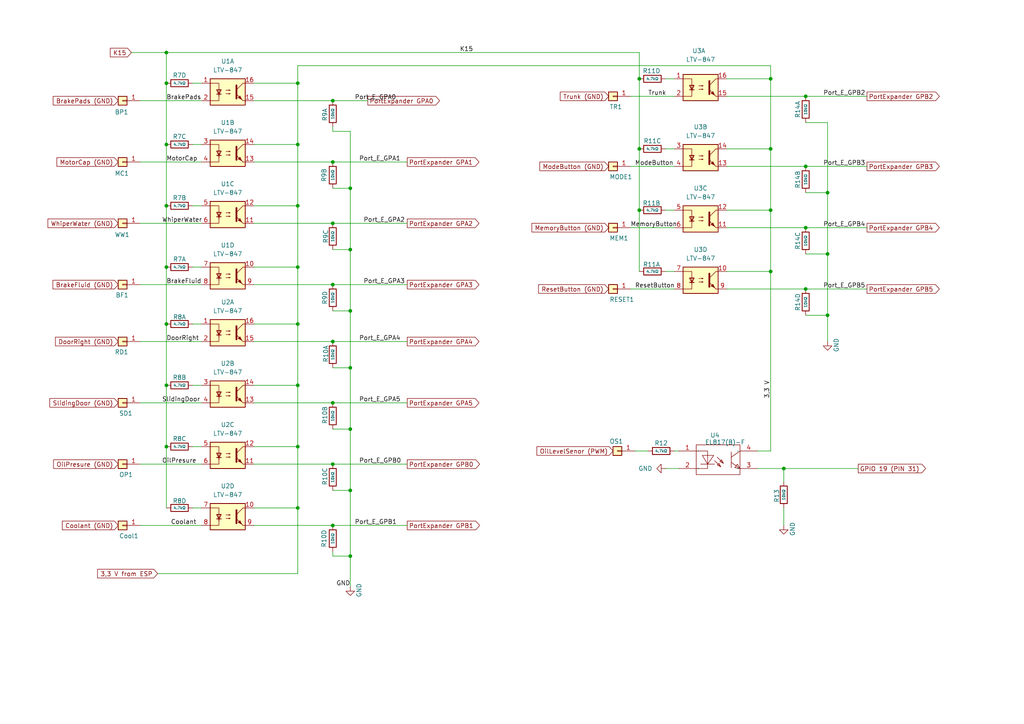
<source format=kicad_sch>
(kicad_sch (version 20250114) (generator "eeschema") (generator_version "9.0")
  (paper "A4")
  (title_block (title "Optocopler") (comment 1 "Subsheet Brake Out Borad") (comment 2 "(c) Norbert Schechner"))
  (junction (at 101.6 90.17))
  (junction (at 223.52 60.96))
  (junction (at 48.26 59.69))
  (junction (at 185.42 22.86))
  (junction (at 86.36 24.13))
  (junction (at 233.68 83.82))
  (junction (at 101.6 124.46))
  (junction (at 223.52 78.74))
  (junction (at 96.52 82.55))
  (junction (at 48.26 111.76))
  (junction (at 101.6 106.68))
  (junction (at 48.26 93.98))
  (junction (at 240.03 91.44))
  (junction (at 96.52 116.84))
  (junction (at 48.26 15.24))
  (junction (at 48.26 41.91))
  (junction (at 96.52 64.77))
  (junction (at 86.36 59.69))
  (junction (at 233.68 48.26))
  (junction (at 101.6 161.29))
  (junction (at 185.42 60.96))
  (junction (at 96.52 99.06))
  (junction (at 86.36 41.91))
  (junction (at 101.6 72.39))
  (junction (at 48.26 24.13))
  (junction (at 86.36 147.32))
  (junction (at 233.68 66.04))
  (junction (at 101.6 54.61))
  (junction (at 227.33 135.89))
  (junction (at 86.36 93.98))
  (junction (at 86.36 111.76))
  (junction (at 240.03 73.66))
  (junction (at 96.52 152.4))
  (junction (at 240.03 55.88))
  (junction (at 86.36 129.54))
  (junction (at 96.52 134.62))
  (junction (at 185.42 43.18))
  (junction (at 101.6 142.24))
  (junction (at 48.26 129.54))
  (junction (at 233.68 27.94))
  (junction (at 96.52 46.99))
  (junction (at 223.52 22.86))
  (junction (at 96.52 29.21))
  (junction (at 223.52 43.18))
  (junction (at 86.36 77.47))
  (junction (at 48.26 77.47))
  (wire (pts (xy 40.64 64.77) (xy 58.42 64.77)))
  (wire (pts (xy 101.6 38.1) (xy 101.6 54.61)))
  (wire (pts (xy 73.66 59.69) (xy 86.36 59.69)))
  (wire (pts (xy 55.88 147.32) (xy 58.42 147.32)))
  (wire (pts (xy 101.6 170.18) (xy 101.6 161.29)))
  (wire (pts (xy 233.68 55.88) (xy 240.03 55.88)))
  (wire (pts (xy 40.64 46.99) (xy 58.42 46.99)))
  (wire (pts (xy 73.66 46.99) (xy 96.52 46.99)))
  (wire (pts (xy 40.64 29.21) (xy 58.42 29.21)))
  (wire (pts (xy 210.82 83.82) (xy 233.68 83.82)))
  (wire (pts (xy 210.82 22.86) (xy 223.52 22.86)))
  (wire (pts (xy 73.66 111.76) (xy 86.36 111.76)))
  (wire (pts (xy 96.52 99.06) (xy 118.11 99.06)))
  (wire (pts (xy 240.03 73.66) (xy 240.03 91.44)))
  (wire (pts (xy 73.66 99.06) (xy 96.52 99.06)))
  (wire (pts (xy 182.88 83.82) (xy 195.58 83.82)))
  (wire (pts (xy 55.88 77.47) (xy 58.42 77.47)))
  (wire (pts (xy 101.6 90.17) (xy 101.6 106.68)))
  (wire (pts (xy 86.36 147.32) (xy 86.36 129.54)))
  (wire (pts (xy 86.36 19.05) (xy 223.52 19.05)))
  (wire (pts (xy 223.52 60.96) (xy 223.52 78.74)))
  (wire (pts (xy 96.52 124.46) (xy 101.6 124.46)))
  (wire (pts (xy 101.6 106.68) (xy 101.6 124.46)))
  (wire (pts (xy 223.52 78.74) (xy 223.52 130.81)))
  (wire (pts (xy 86.36 59.69) (xy 86.36 41.91)))
  (wire (pts (xy 45.72 166.37) (xy 86.36 166.37)))
  (wire (pts (xy 40.64 152.4) (xy 58.42 152.4)))
  (wire (pts (xy 86.36 41.91) (xy 86.36 24.13)))
  (wire (pts (xy 240.03 91.44) (xy 233.68 91.44)))
  (wire (pts (xy 73.66 29.21) (xy 96.52 29.21)))
  (wire (pts (xy 195.58 130.81) (xy 196.85 130.81)))
  (wire (pts (xy 240.03 35.56) (xy 233.68 35.56)))
  (wire (pts (xy 210.82 60.96) (xy 223.52 60.96)))
  (wire (pts (xy 96.52 38.1) (xy 101.6 38.1)))
  (wire (pts (xy 73.66 129.54) (xy 86.36 129.54)))
  (wire (pts (xy 193.04 78.74) (xy 195.58 78.74)))
  (wire (pts (xy 233.68 48.26) (xy 251.46 48.26)))
  (wire (pts (xy 96.52 152.4) (xy 118.11 152.4)))
  (wire (pts (xy 55.88 129.54) (xy 58.42 129.54)))
  (wire (pts (xy 73.66 93.98) (xy 86.36 93.98)))
  (wire (pts (xy 96.52 46.99) (xy 118.11 46.99)))
  (wire (pts (xy 48.26 24.13) (xy 48.26 41.91)))
  (wire (pts (xy 233.68 27.94) (xy 251.46 27.94)))
  (wire (pts (xy 101.6 54.61) (xy 101.6 72.39)))
  (wire (pts (xy 193.04 60.96) (xy 195.58 60.96)))
  (wire (pts (xy 227.33 135.89) (xy 227.33 139.7)))
  (wire (pts (xy 73.66 41.91) (xy 86.36 41.91)))
  (wire (pts (xy 48.26 59.69) (xy 48.26 77.47)))
  (wire (pts (xy 55.88 24.13) (xy 58.42 24.13)))
  (wire (pts (xy 48.26 41.91) (xy 48.26 59.69)))
  (wire (pts (xy 240.03 35.56) (xy 240.03 55.88)))
  (wire (pts (xy 55.88 41.91) (xy 58.42 41.91)))
  (wire (pts (xy 240.03 91.44) (xy 240.03 99.06)))
  (wire (pts (xy 96.52 54.61) (xy 101.6 54.61)))
  (wire (pts (xy 101.6 72.39) (xy 96.52 72.39)))
  (wire (pts (xy 101.6 124.46) (xy 101.6 142.24)))
  (wire (pts (xy 48.26 77.47) (xy 48.26 93.98)))
  (wire (pts (xy 182.88 48.26) (xy 195.58 48.26)))
  (wire (pts (xy 48.26 129.54) (xy 48.26 147.32)))
  (wire (pts (xy 86.36 24.13) (xy 73.66 24.13)))
  (wire (pts (xy 233.68 66.04) (xy 251.46 66.04)))
  (wire (pts (xy 185.42 60.96) (xy 185.42 78.74)))
  (wire (pts (xy 96.52 29.21) (xy 106.68 29.21)))
  (wire (pts (xy 101.6 142.24) (xy 101.6 161.29)))
  (wire (pts (xy 101.6 142.24) (xy 96.52 142.24)))
  (wire (pts (xy 101.6 161.29) (xy 96.52 161.29)))
  (wire (pts (xy 40.64 134.62) (xy 58.42 134.62)))
  (wire (pts (xy 227.33 135.89) (xy 248.92 135.89)))
  (wire (pts (xy 73.66 64.77) (xy 96.52 64.77)))
  (wire (pts (xy 193.04 43.18) (xy 195.58 43.18)))
  (wire (pts (xy 48.26 15.24) (xy 185.42 15.24)))
  (wire (pts (xy 96.52 64.77) (xy 118.11 64.77)))
  (wire (pts (xy 38.1 15.24) (xy 48.26 15.24)))
  (wire (pts (xy 101.6 72.39) (xy 101.6 90.17)))
  (wire (pts (xy 184.15 130.81) (xy 187.96 130.81)))
  (wire (pts (xy 227.33 135.89) (xy 219.71 135.89)))
  (wire (pts (xy 223.52 19.05) (xy 223.52 22.86)))
  (wire (pts (xy 73.66 77.47) (xy 86.36 77.47)))
  (wire (pts (xy 182.88 66.04) (xy 195.58 66.04)))
  (wire (pts (xy 185.42 15.24) (xy 185.42 22.86)))
  (wire (pts (xy 101.6 106.68) (xy 96.52 106.68)))
  (wire (pts (xy 86.36 129.54) (xy 86.36 111.76)))
  (wire (pts (xy 86.36 77.47) (xy 86.36 93.98)))
  (wire (pts (xy 210.82 43.18) (xy 223.52 43.18)))
  (wire (pts (xy 40.64 99.06) (xy 58.42 99.06)))
  (wire (pts (xy 86.36 111.76) (xy 86.36 93.98)))
  (wire (pts (xy 48.26 111.76) (xy 48.26 129.54)))
  (wire (pts (xy 96.52 82.55) (xy 118.11 82.55)))
  (wire (pts (xy 193.04 22.86) (xy 195.58 22.86)))
  (wire (pts (xy 48.26 15.24) (xy 48.26 24.13)))
  (wire (pts (xy 101.6 90.17) (xy 96.52 90.17)))
  (wire (pts (xy 223.52 43.18) (xy 223.52 22.86)))
  (wire (pts (xy 96.52 38.1) (xy 96.52 36.83)))
  (wire (pts (xy 219.71 130.81) (xy 223.52 130.81)))
  (wire (pts (xy 40.64 82.55) (xy 58.42 82.55)))
  (wire (pts (xy 185.42 43.18) (xy 185.42 60.96)))
  (wire (pts (xy 227.33 147.32) (xy 227.33 152.4)))
  (wire (pts (xy 210.82 78.74) (xy 223.52 78.74)))
  (wire (pts (xy 73.66 134.62) (xy 96.52 134.62)))
  (wire (pts (xy 86.36 19.05) (xy 86.36 24.13)))
  (wire (pts (xy 86.36 77.47) (xy 86.36 59.69)))
  (wire (pts (xy 182.88 27.94) (xy 195.58 27.94)))
  (wire (pts (xy 233.68 73.66) (xy 240.03 73.66)))
  (wire (pts (xy 240.03 55.88) (xy 240.03 73.66)))
  (wire (pts (xy 48.26 93.98) (xy 48.26 111.76)))
  (wire (pts (xy 40.64 116.84) (xy 58.42 116.84)))
  (wire (pts (xy 96.52 134.62) (xy 118.11 134.62)))
  (wire (pts (xy 73.66 116.84) (xy 96.52 116.84)))
  (wire (pts (xy 55.88 93.98) (xy 58.42 93.98)))
  (wire (pts (xy 55.88 59.69) (xy 58.42 59.69)))
  (wire (pts (xy 55.88 111.76) (xy 58.42 111.76)))
  (wire (pts (xy 210.82 66.04) (xy 233.68 66.04)))
  (wire (pts (xy 73.66 152.4) (xy 96.52 152.4)))
  (wire (pts (xy 185.42 22.86) (xy 185.42 43.18)))
  (wire (pts (xy 73.66 147.32) (xy 86.36 147.32)))
  (wire (pts (xy 96.52 116.84) (xy 118.11 116.84)))
  (wire (pts (xy 86.36 147.32) (xy 86.36 166.37)))
  (wire (pts (xy 96.52 160.02) (xy 96.52 161.29)))
  (wire (pts (xy 223.52 60.96) (xy 223.52 43.18)))
  (wire (pts (xy 73.66 82.55) (xy 96.52 82.55)))
  (wire (pts (xy 210.82 48.26) (xy 233.68 48.26)))
  (wire (pts (xy 233.68 83.82) (xy 251.46 83.82)))
  (wire (pts (xy 193.04 135.89) (xy 196.85 135.89)))
  (wire (pts (xy 210.82 27.94) (xy 233.68 27.94)))
  (label "BrakePads" (at 48.26 29.21 0))
  (label "MotorCap" (at 48.26 46.99 0))
  (label "Port_E_GPB3" (at 238.76 48.26 0))
  (label "Port_E_GPB2" (at 238.76 27.94 0))
  (label "Coolant" (at 49.53 152.4 0))
  (label "Port_E_GPA2" (at 105.41 64.77 0))
  (label "Port_E_GPB0" (at 104.14 134.62 0))
  (label "Port_E_GPA3" (at 105.41 82.55 0))
  (label "GND" (at 101.6 170.18 180))
  (label "ResetButton" (at 184.15 83.82 0))
  (label "Port_E_GPA4" (at 104.14 99.06 0))
  (label "K15" (at 133.35 15.24 0))
  (label "Port_E_GPA0" (at 102.87 29.21 0))
  (label "Port_E_GPA5" (at 104.14 116.84 0))
  (label "SlidingDoor" (at 46.99 116.84 0))
  (label "Port_E_GPB5" (at 238.76 83.82 0))
  (label "ModeButton" (at 184.15 48.26 0))
  (label "MemoryButton" (at 182.88 66.04 0))
  (label "WhiperWater" (at 46.99 64.77 0))
  (label "OilPresure" (at 46.99 134.62 0))
  (label "Port_E_GPB1" (at 102.87 152.4 0))
  (label "Trunk" (at 187.96 27.94 0))
  (label "3,3 V" (at 223.52 115.57 90))
  (label "Port_E_GPB4" (at 238.76 66.04 0))
  (label "BrakeFluid" (at 48.26 82.55 0))
  (label "Port_E_GPA1" (at 104.14 46.99 0))
  (label "DoorRight" (at 48.26 99.06 0))
  (global_label "MotorCap (GND)" (shape input) (at 34.29 46.99 180) (property "Intersheetrefs" "${INTERSHEET_REFS}" (at 15.944 46.99 0) (effects (justify right))))
  (global_label "3,3 V from ESP" (shape input) (at 45.72 166.37 180) (property "Intersheetrefs" "${INTERSHEET_REFS}" (at 27.7369 166.37 0) (effects (justify right))))
  (global_label "PortExpander GPA2" (shape output) (at 118.11 64.77 0) (property "Intersheetrefs" "${INTERSHEET_REFS}" (at 139.4797 64.77 0) (effects (justify left))))
  (global_label "PortExpander GPA1" (shape output) (at 118.11 46.99 0) (property "Intersheetrefs" "${INTERSHEET_REFS}" (at 139.4797 46.99 0) (effects (justify left))))
  (global_label "OilLevelSenor (PWM)" (shape input) (at 177.8 130.81 180) (property "Intersheetrefs" "${INTERSHEET_REFS}" (at 155.1601 130.81 0) (effects (justify right))))
  (global_label "PortExpander GPB1" (shape output) (at 118.11 152.4 0) (property "Intersheetrefs" "${INTERSHEET_REFS}" (at 139.6611 152.4 0) (effects (justify left))))
  (global_label "GPIO 19 (PIN 31)" (shape output) (at 248.92 135.89 0) (property "Intersheetrefs" "${INTERSHEET_REFS}" (at 269.02 135.89 0) (effects (justify left))))
  (global_label "PortExpander GPB3" (shape output) (at 251.46 48.26 0) (property "Intersheetrefs" "${INTERSHEET_REFS}" (at 273.0111 48.26 0) (effects (justify left))))
  (global_label "PortExpander GPB5" (shape output) (at 251.46 83.82 0) (property "Intersheetrefs" "${INTERSHEET_REFS}" (at 273.0111 83.82 0) (effects (justify left))))
  (global_label "PortExpander GPB4" (shape output) (at 251.46 66.04 0) (property "Intersheetrefs" "${INTERSHEET_REFS}" (at 273.0111 66.04 0) (effects (justify left))))
  (global_label "ResetButton (GND)" (shape input) (at 176.53 83.82 180) (property "Intersheetrefs" "${INTERSHEET_REFS}" (at 155.6439 83.82 0) (effects (justify right))))
  (global_label "K15" (shape input) (at 38.1 15.24 180) (property "Intersheetrefs" "${INTERSHEET_REFS}" (at 31.4258 15.24 0) (effects (justify right))))
  (global_label "MemoryButton (GND)" (shape input) (at 176.53 66.04 180) (property "Intersheetrefs" "${INTERSHEET_REFS}" (at 153.7088 66.04 0) (effects (justify right))))
  (global_label "OilPresure (GND)" (shape input) (at 34.29 134.62 180) (property "Intersheetrefs" "${INTERSHEET_REFS}" (at 14.9761 134.62 0) (effects (justify right))))
  (global_label "PortExpander GPA4" (shape output) (at 118.11 99.06 0) (property "Intersheetrefs" "${INTERSHEET_REFS}" (at 139.4797 99.06 0) (effects (justify left))))
  (global_label "Coolant (GND)" (shape input) (at 34.29 152.4 180) (property "Intersheetrefs" "${INTERSHEET_REFS}" (at 17.5164 152.4 0) (effects (justify right))))
  (global_label "PortExpander GPA5" (shape output) (at 118.11 116.84 0) (property "Intersheetrefs" "${INTERSHEET_REFS}" (at 139.4797 116.84 0) (effects (justify left))))
  (global_label "DoorRight (GND)" (shape input) (at 34.29 99.06 180) (property "Intersheetrefs" "${INTERSHEET_REFS}" (at 15.5206 99.06 0) (effects (justify right))))
  (global_label "PortExpander GPB0" (shape output) (at 118.11 134.62 0) (property "Intersheetrefs" "${INTERSHEET_REFS}" (at 139.6611 134.62 0) (effects (justify left))))
  (global_label "PortExpander GPA3" (shape output) (at 118.11 82.55 0) (property "Intersheetrefs" "${INTERSHEET_REFS}" (at 139.4797 82.55 0) (effects (justify left))))
  (global_label "PortExpander GPB2" (shape output) (at 251.46 27.94 0) (property "Intersheetrefs" "${INTERSHEET_REFS}" (at 273.0111 27.94 0) (effects (justify left))))
  (global_label "PortExpander GPA0" (shape output) (at 106.68 29.21 0) (property "Intersheetrefs" "${INTERSHEET_REFS}" (at 128.0497 29.21 0) (effects (justify left))))
  (global_label "BrakeFluid (GND)" (shape input) (at 34.29 82.55 180) (property "Intersheetrefs" "${INTERSHEET_REFS}" (at 14.7948 82.55 0) (effects (justify right))))
  (global_label "BrakePads (GND)" (shape input) (at 34.29 29.21 180) (property "Intersheetrefs" "${INTERSHEET_REFS}" (at 14.8553 29.21 0) (effects (justify right))))
  (global_label "ModeButton (GND)" (shape input) (at 176.53 48.26 180) (property "Intersheetrefs" "${INTERSHEET_REFS}" (at 156.0069 48.26 0) (effects (justify right))))
  (global_label "WhiperWater (GND)" (shape input) (at 34.29 64.77 180) (property "Intersheetrefs" "${INTERSHEET_REFS}" (at 13.3434 64.77 0) (effects (justify right))))
  (global_label "SlidingDoor (GND)" (shape input) (at 34.29 116.84 180) (property "Intersheetrefs" "${INTERSHEET_REFS}" (at 13.8878 116.84 0) (effects (justify right))))
  (global_label "Trunk (GND)" (shape input) (at 176.53 27.94 180) (property "Intersheetrefs" "${INTERSHEET_REFS}" (at 161.9334 27.94 0) (effects (justify right))))
  (symbol (lib_id "Isolator:LTV-847") (at 203.2 25.4 0) (unit 1)
    (property "Reference" "U3" (at 202.692 14.732 0))
    (property "Value" "LTV-847" (at 203.2 17.272 0))
    (property "Footprint" "Package_DIP:DIP-16_W7.62mm" (effects (hide yes)))
    (property "Datasheet" "http://optoelectronics.liteon.com/upload/download/DS-70-96-0016/LTV-8X7%20series.PDF" (effects (hide yes)))
    (property "Description" "Quad DC Optocoupler, Vce 35V, CTR 50%, DIP-16" (effects (hide yes)))
  )
  (symbol (lib_id "PCM_JLCPCB-Resistors:0603x4,4.7kΩ") (at 52.07 129.54 90) (unit 3)
    (property "Reference" "R8" (at 52.07 127.254 90))
    (property "Value" "4.7kΩ" (at 52.07 129.54 90) (effects (font (size 0.8 0.8))))
    (property "Footprint" "PCM_JLCPCB:R_0603x4" (effects (hide yes)))
    (property "Datasheet" "https://www.lcsc.com/datasheet/lcsc_datasheet_2304140030_UNI-ROYAL-Uniroyal-Elec-4D03WGJ0472T5E_C1980.pdf" (effects (hide yes)))
    (property "Description" "4 ±5% 4.7kΩ 62.5mW ±200ppm/°C 0603x4 Resistor Networks, Arrays ROHS" (effects (hide yes)))
    (property "LCSC" "C1980" (effects (hide yes)))
    (property "Stock" "122186" (effects (hide yes)))
    (property "Price" "0.019USD" (effects (hide yes)))
    (property "Process" "SMT" (effects (hide yes)))
    (property "Minimum Qty" "1" (effects (hide yes)))
    (property "Attrition Qty" "0" (effects (hide yes)))
    (property "Class" "Basic Component" (effects (hide yes)))
    (property "Category" "Resistors,Resistor Networks & Arrays" (effects (hide yes)))
    (property "Manufacturer" "UNI-ROYAL(Uniroyal Elec)" (effects (hide yes)))
    (property "Part" "4D03WGJ0472T5E" (effects (hide yes)))
    (property "Resistance" "4.7kΩ" (effects (hide yes)))
    (property "Power(Watts)" "62.5mW" (effects (hide yes)))
    (property "Number of Resistors" "4" (effects (hide yes)))
    (property "Number of Pins" "8" (effects (hide yes)))
    (property "Tolerance" "±5%" (effects (hide yes)))
    (property "Temperature Coefficient" "±200ppm/°C" (effects (hide yes)))
  )
  (symbol (lib_id "power:GND") (at 227.33 152.4 0) (unit 1)
    (property "Reference" "#PWR11" (effects (hide yes)))
    (property "Value" "GND" (at 229.87 151.384 90) (effects (justify right)))
    (property "Description" "Power symbol creates a global label with name \"GND\" , ground" (effects (hide yes)))
  )
  (symbol (lib_id "PCM_JLCPCB-Resistors:0603x4,4.7kΩ") (at 52.07 77.47 90) (unit 1)
    (property "Reference" "R7" (at 52.07 75.184 90))
    (property "Value" "4.7kΩ" (at 52.07 77.47 90) (effects (font (size 0.8 0.8))))
    (property "Footprint" "PCM_JLCPCB:R_0603x4" (effects (hide yes)))
    (property "Datasheet" "https://www.lcsc.com/datasheet/lcsc_datasheet_2304140030_UNI-ROYAL-Uniroyal-Elec-4D03WGJ0472T5E_C1980.pdf" (effects (hide yes)))
    (property "Description" "4 ±5% 4.7kΩ 62.5mW ±200ppm/°C 0603x4 Resistor Networks, Arrays ROHS" (effects (hide yes)))
    (property "LCSC" "C1980" (effects (hide yes)))
    (property "Stock" "122186" (effects (hide yes)))
    (property "Price" "0.019USD" (effects (hide yes)))
    (property "Process" "SMT" (effects (hide yes)))
    (property "Minimum Qty" "1" (effects (hide yes)))
    (property "Attrition Qty" "0" (effects (hide yes)))
    (property "Class" "Basic Component" (effects (hide yes)))
    (property "Category" "Resistors,Resistor Networks & Arrays" (effects (hide yes)))
    (property "Manufacturer" "UNI-ROYAL(Uniroyal Elec)" (effects (hide yes)))
    (property "Part" "4D03WGJ0472T5E" (effects (hide yes)))
    (property "Resistance" "4.7kΩ" (effects (hide yes)))
    (property "Power(Watts)" "62.5mW" (effects (hide yes)))
    (property "Number of Resistors" "4" (effects (hide yes)))
    (property "Number of Pins" "8" (effects (hide yes)))
    (property "Tolerance" "±5%" (effects (hide yes)))
    (property "Temperature Coefficient" "±200ppm/°C" (effects (hide yes)))
  )
  (symbol (lib_id "PCM_JLCPCB-Resistors:0603x4,4.7kΩ") (at 52.07 111.76 90) (unit 2)
    (property "Reference" "R8" (at 52.07 109.474 90))
    (property "Value" "4.7kΩ" (at 52.07 111.76 90) (effects (font (size 0.8 0.8))))
    (property "Footprint" "PCM_JLCPCB:R_0603x4" (effects (hide yes)))
    (property "Datasheet" "https://www.lcsc.com/datasheet/lcsc_datasheet_2304140030_UNI-ROYAL-Uniroyal-Elec-4D03WGJ0472T5E_C1980.pdf" (effects (hide yes)))
    (property "Description" "4 ±5% 4.7kΩ 62.5mW ±200ppm/°C 0603x4 Resistor Networks, Arrays ROHS" (effects (hide yes)))
    (property "LCSC" "C1980" (effects (hide yes)))
    (property "Stock" "122186" (effects (hide yes)))
    (property "Price" "0.019USD" (effects (hide yes)))
    (property "Process" "SMT" (effects (hide yes)))
    (property "Minimum Qty" "1" (effects (hide yes)))
    (property "Attrition Qty" "0" (effects (hide yes)))
    (property "Class" "Basic Component" (effects (hide yes)))
    (property "Category" "Resistors,Resistor Networks & Arrays" (effects (hide yes)))
    (property "Manufacturer" "UNI-ROYAL(Uniroyal Elec)" (effects (hide yes)))
    (property "Part" "4D03WGJ0472T5E" (effects (hide yes)))
    (property "Resistance" "4.7kΩ" (effects (hide yes)))
    (property "Power(Watts)" "62.5mW" (effects (hide yes)))
    (property "Number of Resistors" "4" (effects (hide yes)))
    (property "Number of Pins" "8" (effects (hide yes)))
    (property "Tolerance" "±5%" (effects (hide yes)))
    (property "Temperature Coefficient" "±200ppm/°C" (effects (hide yes)))
  )
  (symbol (lib_id "PCM_JLCPCB-Resistors:0603,4.7kΩ") (at 191.77 130.81 90) (unit 1)
    (property "Reference" "R12" (at 191.77 128.524 90))
    (property "Value" "4.7kΩ" (at 191.77 130.81 90) (effects (font (size 0.8 0.8))))
    (property "Footprint" "PCM_JLCPCB:R_0603" (effects (hide yes)))
    (property "Datasheet" "https://www.lcsc.com/datasheet/lcsc_datasheet_2206010116_UNI-ROYAL-Uniroyal-Elec-0603WAF4701T5E_C23162.pdf" (effects (hide yes)))
    (property "Description" "100mW Thick Film Resistors 75V ±100ppm/°C ±1% 4.7kΩ 0603 Chip Resistor - Surface Mount ROHS" (effects (hide yes)))
    (property "LCSC" "C23162" (effects (hide yes)))
    (property "Stock" "5652089" (effects (hide yes)))
    (property "Price" "0.004USD" (effects (hide yes)))
    (property "Process" "SMT" (effects (hide yes)))
    (property "Minimum Qty" "20" (effects (hide yes)))
    (property "Attrition Qty" "10" (effects (hide yes)))
    (property "Class" "Basic Component" (effects (hide yes)))
    (property "Category" "Resistors,Chip Resistor - Surface Mount" (effects (hide yes)))
    (property "Manufacturer" "UNI-ROYAL(Uniroyal Elec)" (effects (hide yes)))
    (property "Part" "0603WAF4701T5E" (effects (hide yes)))
    (property "Resistance" "4.7kΩ" (effects (hide yes)))
    (property "Power(Watts)" "100mW" (effects (hide yes)))
    (property "Type" "Thick Film Resistors" (effects (hide yes)))
    (property "Overload Voltage (Max)" "75V" (effects (hide yes)))
    (property "Operating Temperature Range" "-55°C~+155°C" (effects (hide yes)))
    (property "Tolerance" "±1%" (effects (hide yes)))
    (property "Temperature Coefficient" "±100ppm/°C" (effects (hide yes)))
  )
  (symbol (lib_id "Connector_Generic:Conn_01x01") (at 35.56 116.84 180) (unit 1)
    (property "Reference" "SD1" (at 34.544 119.888 0) (effects (justify right)))
    (property "Value" "Door_S" (effects (hide yes)))
    (property "Footprint" "Connector_Wire:SolderWire-0.5sqmm_1x01_D0.9mm_OD2.1mm" (effects (hide yes)))
    (property "Description" "Generic connector, single row, 01x01, script generated (kicad-library-utils/schlib/autogen/connector/)" (effects (hide yes)))
  )
  (symbol (lib_id "Connector_Generic:Conn_01x01") (at 35.56 64.77 180) (unit 1)
    (property "Reference" "WW1" (at 33.274 68.072 0) (effects (justify right)))
    (property "Value" "WhiperWater" (effects (hide yes)))
    (property "Footprint" "Connector_Wire:SolderWire-0.5sqmm_1x01_D0.9mm_OD2.1mm" (effects (hide yes)))
    (property "Description" "Generic connector, single row, 01x01, script generated (kicad-library-utils/schlib/autogen/connector/)" (effects (hide yes)))
  )
  (symbol (lib_id "PCM_JLCPCB-Resistors:0603x4,10kΩ") (at 96.52 120.65 180) (unit 2)
    (property "Reference" "R10" (at 94.234 120.396 90))
    (property "Value" "10kΩ" (at 96.52 120.65 90) (effects (font (size 0.8 0.8))))
    (property "Footprint" "PCM_JLCPCB:R_0603x4" (effects (hide yes)))
    (property "Datasheet" "https://www.lcsc.com/datasheet/lcsc_datasheet_2304140030_UNI-ROYAL-Uniroyal-Elec-4D03WGJ0103T5E_C29718.pdf" (effects (hide yes)))
    (property "Description" "4 ±5% 10kΩ 62.5mW ±200ppm/°C 0603x4 Resistor Networks, Arrays ROHS" (effects (hide yes)))
    (property "LCSC" "C29718" (effects (hide yes)))
    (property "Stock" "767192" (effects (hide yes)))
    (property "Price" "0.019USD" (effects (hide yes)))
    (property "Process" "SMT" (effects (hide yes)))
    (property "Minimum Qty" "1" (effects (hide yes)))
    (property "Attrition Qty" "0" (effects (hide yes)))
    (property "Class" "Basic Component" (effects (hide yes)))
    (property "Category" "Resistors,Resistor Networks & Arrays" (effects (hide yes)))
    (property "Manufacturer" "UNI-ROYAL(Uniroyal Elec)" (effects (hide yes)))
    (property "Part" "4D03WGJ0103T5E" (effects (hide yes)))
    (property "Resistance" "10kΩ" (effects (hide yes)))
    (property "Power(Watts)" "62.5mW" (effects (hide yes)))
    (property "Number of Resistors" "4" (effects (hide yes)))
    (property "Number of Pins" "8" (effects (hide yes)))
    (property "Tolerance" "±5%" (effects (hide yes)))
    (property "Temperature Coefficient" "±200ppm/°C" (effects (hide yes)))
  )
  (symbol (lib_id "PCM_JLCPCB-Resistors:0603x4,10kΩ") (at 96.52 156.21 180) (unit 4)
    (property "Reference" "R10" (at 93.98 156.21 90))
    (property "Value" "10kΩ" (at 96.52 156.21 90) (effects (font (size 0.8 0.8))))
    (property "Footprint" "PCM_JLCPCB:R_0603x4" (effects (hide yes)))
    (property "Datasheet" "https://www.lcsc.com/datasheet/lcsc_datasheet_2304140030_UNI-ROYAL-Uniroyal-Elec-4D03WGJ0103T5E_C29718.pdf" (effects (hide yes)))
    (property "Description" "4 ±5% 10kΩ 62.5mW ±200ppm/°C 0603x4 Resistor Networks, Arrays ROHS" (effects (hide yes)))
    (property "LCSC" "C29718" (effects (hide yes)))
    (property "Stock" "767192" (effects (hide yes)))
    (property "Price" "0.019USD" (effects (hide yes)))
    (property "Process" "SMT" (effects (hide yes)))
    (property "Minimum Qty" "1" (effects (hide yes)))
    (property "Attrition Qty" "0" (effects (hide yes)))
    (property "Class" "Basic Component" (effects (hide yes)))
    (property "Category" "Resistors,Resistor Networks & Arrays" (effects (hide yes)))
    (property "Manufacturer" "UNI-ROYAL(Uniroyal Elec)" (effects (hide yes)))
    (property "Part" "4D03WGJ0103T5E" (effects (hide yes)))
    (property "Resistance" "10kΩ" (effects (hide yes)))
    (property "Power(Watts)" "62.5mW" (effects (hide yes)))
    (property "Number of Resistors" "4" (effects (hide yes)))
    (property "Number of Pins" "8" (effects (hide yes)))
    (property "Tolerance" "±5%" (effects (hide yes)))
    (property "Temperature Coefficient" "±200ppm/°C" (effects (hide yes)))
  )
  (symbol (lib_id "Connector_Generic:Conn_01x01") (at 35.56 99.06 180) (unit 1)
    (property "Reference" "RD1" (at 33.274 102.108 0) (effects (justify right)))
    (property "Value" "Door_R" (effects (hide yes)))
    (property "Footprint" "Connector_Wire:SolderWire-0.5sqmm_1x01_D0.9mm_OD2.1mm" (effects (hide yes)))
    (property "Description" "Generic connector, single row, 01x01, script generated (kicad-library-utils/schlib/autogen/connector/)" (effects (hide yes)))
  )
  (symbol (lib_id "PCM_JLCPCB-Resistors:0603x4,4.7kΩ") (at 189.23 43.18 90) (unit 3)
    (property "Reference" "R11" (at 189.23 40.894 90))
    (property "Value" "4.7kΩ" (at 189.23 43.18 90) (effects (font (size 0.8 0.8))))
    (property "Footprint" "PCM_JLCPCB:R_0603x4" (effects (hide yes)))
    (property "Datasheet" "https://www.lcsc.com/datasheet/lcsc_datasheet_2304140030_UNI-ROYAL-Uniroyal-Elec-4D03WGJ0472T5E_C1980.pdf" (effects (hide yes)))
    (property "Description" "4 ±5% 4.7kΩ 62.5mW ±200ppm/°C 0603x4 Resistor Networks, Arrays ROHS" (effects (hide yes)))
    (property "LCSC" "C1980" (effects (hide yes)))
    (property "Stock" "122186" (effects (hide yes)))
    (property "Price" "0.019USD" (effects (hide yes)))
    (property "Process" "SMT" (effects (hide yes)))
    (property "Minimum Qty" "1" (effects (hide yes)))
    (property "Attrition Qty" "0" (effects (hide yes)))
    (property "Class" "Basic Component" (effects (hide yes)))
    (property "Category" "Resistors,Resistor Networks & Arrays" (effects (hide yes)))
    (property "Manufacturer" "UNI-ROYAL(Uniroyal Elec)" (effects (hide yes)))
    (property "Part" "4D03WGJ0472T5E" (effects (hide yes)))
    (property "Resistance" "4.7kΩ" (effects (hide yes)))
    (property "Power(Watts)" "62.5mW" (effects (hide yes)))
    (property "Number of Resistors" "4" (effects (hide yes)))
    (property "Number of Pins" "8" (effects (hide yes)))
    (property "Tolerance" "±5%" (effects (hide yes)))
    (property "Temperature Coefficient" "±200ppm/°C" (effects (hide yes)))
  )
  (symbol (lib_id "Isolator:LTV-847") (at 203.2 81.28 0) (unit 4)
    (property "Reference" "U3" (at 203.2 72.39 0))
    (property "Value" "LTV-847" (at 203.2 74.93 0))
    (property "Footprint" "Package_DIP:DIP-16_W7.62mm" (effects (hide yes)))
    (property "Datasheet" "http://optoelectronics.liteon.com/upload/download/DS-70-96-0016/LTV-8X7%20series.PDF" (effects (hide yes)))
    (property "Description" "Quad DC Optocoupler, Vce 35V, CTR 50%, DIP-16" (effects (hide yes)))
  )
  (symbol (lib_id "Isolator:LTV-847") (at 66.04 26.67 0) (unit 1)
    (property "Reference" "U1" (at 66.04 17.78 0))
    (property "Value" "LTV-847" (at 66.04 20.32 0))
    (property "Footprint" "Package_DIP:DIP-16_W7.62mm" (effects (hide yes)))
    (property "Datasheet" "http://optoelectronics.liteon.com/upload/download/DS-70-96-0016/LTV-8X7%20series.PDF" (effects (hide yes)))
    (property "Description" "Quad DC Optocoupler, Vce 35V, CTR 50%, DIP-16" (effects (hide yes)))
  )
  (symbol (lib_id "Connector_Generic:Conn_01x01") (at 35.56 134.62 180) (unit 1)
    (property "Reference" "OP1" (at 34.544 137.668 0) (effects (justify right)))
    (property "Value" "OilPresure" (effects (hide yes)))
    (property "Footprint" "Connector_Wire:SolderWire-0.5sqmm_1x01_D0.9mm_OD2.1mm" (effects (hide yes)))
    (property "Description" "Generic connector, single row, 01x01, script generated (kicad-library-utils/schlib/autogen/connector/)" (effects (hide yes)))
  )
  (symbol (lib_id "Isolator:LTV-847") (at 66.04 96.52 0) (unit 1)
    (property "Reference" "U2" (at 66.04 87.63 0))
    (property "Value" "LTV-847" (at 66.04 90.17 0))
    (property "Footprint" "Package_DIP:DIP-16_W7.62mm" (effects (hide yes)))
    (property "Datasheet" "http://optoelectronics.liteon.com/upload/download/DS-70-96-0016/LTV-8X7%20series.PDF" (effects (hide yes)))
    (property "Description" "Quad DC Optocoupler, Vce 35V, CTR 50%, DIP-16" (effects (hide yes)))
  )
  (symbol (lib_id "PCM_JLCPCB-Resistors:0603x4,4.7kΩ") (at 52.07 24.13 90) (unit 4)
    (property "Reference" "R7" (at 52.07 21.844 90))
    (property "Value" "4.7kΩ" (at 52.07 24.13 90) (effects (font (size 0.8 0.8))))
    (property "Footprint" "PCM_JLCPCB:R_0603x4" (effects (hide yes)))
    (property "Datasheet" "https://www.lcsc.com/datasheet/lcsc_datasheet_2304140030_UNI-ROYAL-Uniroyal-Elec-4D03WGJ0472T5E_C1980.pdf" (effects (hide yes)))
    (property "Description" "4 ±5% 4.7kΩ 62.5mW ±200ppm/°C 0603x4 Resistor Networks, Arrays ROHS" (effects (hide yes)))
    (property "LCSC" "C1980" (effects (hide yes)))
    (property "Stock" "122186" (effects (hide yes)))
    (property "Price" "0.019USD" (effects (hide yes)))
    (property "Process" "SMT" (effects (hide yes)))
    (property "Minimum Qty" "1" (effects (hide yes)))
    (property "Attrition Qty" "0" (effects (hide yes)))
    (property "Class" "Basic Component" (effects (hide yes)))
    (property "Category" "Resistors,Resistor Networks & Arrays" (effects (hide yes)))
    (property "Manufacturer" "UNI-ROYAL(Uniroyal Elec)" (effects (hide yes)))
    (property "Part" "4D03WGJ0472T5E" (effects (hide yes)))
    (property "Resistance" "4.7kΩ" (effects (hide yes)))
    (property "Power(Watts)" "62.5mW" (effects (hide yes)))
    (property "Number of Resistors" "4" (effects (hide yes)))
    (property "Number of Pins" "8" (effects (hide yes)))
    (property "Tolerance" "±5%" (effects (hide yes)))
    (property "Temperature Coefficient" "±200ppm/°C" (effects (hide yes)))
  )
  (symbol (lib_id "Isolator:LTV-847") (at 203.2 63.5 0) (unit 3)
    (property "Reference" "U3" (at 203.2 54.61 0))
    (property "Value" "LTV-847" (at 203.2 57.15 0))
    (property "Footprint" "Package_DIP:DIP-16_W7.62mm" (effects (hide yes)))
    (property "Datasheet" "http://optoelectronics.liteon.com/upload/download/DS-70-96-0016/LTV-8X7%20series.PDF" (effects (hide yes)))
    (property "Description" "Quad DC Optocoupler, Vce 35V, CTR 50%, DIP-16" (effects (hide yes)))
  )
  (symbol (lib_id "PCM_JLCPCB-Resistors:0603x4,4.7kΩ") (at 52.07 93.98 90) (unit 1)
    (property "Reference" "R8" (at 52.07 91.948 90))
    (property "Value" "4.7kΩ" (at 52.07 93.98 90) (effects (font (size 0.8 0.8))))
    (property "Footprint" "PCM_JLCPCB:R_0603x4" (effects (hide yes)))
    (property "Datasheet" "https://www.lcsc.com/datasheet/lcsc_datasheet_2304140030_UNI-ROYAL-Uniroyal-Elec-4D03WGJ0472T5E_C1980.pdf" (effects (hide yes)))
    (property "Description" "4 ±5% 4.7kΩ 62.5mW ±200ppm/°C 0603x4 Resistor Networks, Arrays ROHS" (effects (hide yes)))
    (property "LCSC" "C1980" (effects (hide yes)))
    (property "Stock" "122186" (effects (hide yes)))
    (property "Price" "0.019USD" (effects (hide yes)))
    (property "Process" "SMT" (effects (hide yes)))
    (property "Minimum Qty" "1" (effects (hide yes)))
    (property "Attrition Qty" "0" (effects (hide yes)))
    (property "Class" "Basic Component" (effects (hide yes)))
    (property "Category" "Resistors,Resistor Networks & Arrays" (effects (hide yes)))
    (property "Manufacturer" "UNI-ROYAL(Uniroyal Elec)" (effects (hide yes)))
    (property "Part" "4D03WGJ0472T5E" (effects (hide yes)))
    (property "Resistance" "4.7kΩ" (effects (hide yes)))
    (property "Power(Watts)" "62.5mW" (effects (hide yes)))
    (property "Number of Resistors" "4" (effects (hide yes)))
    (property "Number of Pins" "8" (effects (hide yes)))
    (property "Tolerance" "±5%" (effects (hide yes)))
    (property "Temperature Coefficient" "±200ppm/°C" (effects (hide yes)))
  )
  (symbol (lib_id "PCM_JLCPCB-Resistors:0603x4,4.7kΩ") (at 189.23 60.96 90) (unit 2)
    (property "Reference" "R11" (at 188.976 58.928 90))
    (property "Value" "4.7kΩ" (at 189.23 60.96 90) (effects (font (size 0.8 0.8))))
    (property "Footprint" "PCM_JLCPCB:R_0603x4" (effects (hide yes)))
    (property "Datasheet" "https://www.lcsc.com/datasheet/lcsc_datasheet_2304140030_UNI-ROYAL-Uniroyal-Elec-4D03WGJ0472T5E_C1980.pdf" (effects (hide yes)))
    (property "Description" "4 ±5% 4.7kΩ 62.5mW ±200ppm/°C 0603x4 Resistor Networks, Arrays ROHS" (effects (hide yes)))
    (property "LCSC" "C1980" (effects (hide yes)))
    (property "Stock" "122186" (effects (hide yes)))
    (property "Price" "0.019USD" (effects (hide yes)))
    (property "Process" "SMT" (effects (hide yes)))
    (property "Minimum Qty" "1" (effects (hide yes)))
    (property "Attrition Qty" "0" (effects (hide yes)))
    (property "Class" "Basic Component" (effects (hide yes)))
    (property "Category" "Resistors,Resistor Networks & Arrays" (effects (hide yes)))
    (property "Manufacturer" "UNI-ROYAL(Uniroyal Elec)" (effects (hide yes)))
    (property "Part" "4D03WGJ0472T5E" (effects (hide yes)))
    (property "Resistance" "4.7kΩ" (effects (hide yes)))
    (property "Power(Watts)" "62.5mW" (effects (hide yes)))
    (property "Number of Resistors" "4" (effects (hide yes)))
    (property "Number of Pins" "8" (effects (hide yes)))
    (property "Tolerance" "±5%" (effects (hide yes)))
    (property "Temperature Coefficient" "±200ppm/°C" (effects (hide yes)))
  )
  (symbol (lib_id "Isolator:LTV-847") (at 66.04 80.01 0) (unit 4)
    (property "Reference" "U1" (at 66.04 71.12 0))
    (property "Value" "LTV-847" (at 66.04 73.66 0))
    (property "Footprint" "Package_DIP:DIP-16_W7.62mm" (effects (hide yes)))
    (property "Datasheet" "http://optoelectronics.liteon.com/upload/download/DS-70-96-0016/LTV-8X7%20series.PDF" (effects (hide yes)))
    (property "Description" "Quad DC Optocoupler, Vce 35V, CTR 50%, DIP-16" (effects (hide yes)))
  )
  (symbol (lib_id "PCM_JLCPCB-Resistors:0603x4,10kΩ") (at 233.68 69.85 180) (unit 3)
    (property "Reference" "R14" (at 231.394 69.85 90))
    (property "Value" "10kΩ" (at 233.68 69.85 90) (effects (font (size 0.8 0.8))))
    (property "Footprint" "PCM_JLCPCB:R_0603x4" (effects (hide yes)))
    (property "Datasheet" "https://www.lcsc.com/datasheet/lcsc_datasheet_2304140030_UNI-ROYAL-Uniroyal-Elec-4D03WGJ0103T5E_C29718.pdf" (effects (hide yes)))
    (property "Description" "4 ±5% 10kΩ 62.5mW ±200ppm/°C 0603x4 Resistor Networks, Arrays ROHS" (effects (hide yes)))
    (property "LCSC" "C29718" (effects (hide yes)))
    (property "Stock" "767192" (effects (hide yes)))
    (property "Price" "0.019USD" (effects (hide yes)))
    (property "Process" "SMT" (effects (hide yes)))
    (property "Minimum Qty" "1" (effects (hide yes)))
    (property "Attrition Qty" "0" (effects (hide yes)))
    (property "Class" "Basic Component" (effects (hide yes)))
    (property "Category" "Resistors,Resistor Networks & Arrays" (effects (hide yes)))
    (property "Manufacturer" "UNI-ROYAL(Uniroyal Elec)" (effects (hide yes)))
    (property "Part" "4D03WGJ0103T5E" (effects (hide yes)))
    (property "Resistance" "10kΩ" (effects (hide yes)))
    (property "Power(Watts)" "62.5mW" (effects (hide yes)))
    (property "Number of Resistors" "4" (effects (hide yes)))
    (property "Number of Pins" "8" (effects (hide yes)))
    (property "Tolerance" "±5%" (effects (hide yes)))
    (property "Temperature Coefficient" "±200ppm/°C" (effects (hide yes)))
  )
  (symbol (lib_id "PCM_JLCPCB-Resistors:0603x4,10kΩ") (at 96.52 33.02 180) (unit 1)
    (property "Reference" "R9" (at 94.234 33.274 90))
    (property "Value" "10kΩ" (at 96.52 33.02 90) (effects (font (size 0.8 0.8))))
    (property "Footprint" "PCM_JLCPCB:R_0603x4" (effects (hide yes)))
    (property "Datasheet" "https://www.lcsc.com/datasheet/lcsc_datasheet_2304140030_UNI-ROYAL-Uniroyal-Elec-4D03WGJ0103T5E_C29718.pdf" (effects (hide yes)))
    (property "Description" "4 ±5% 10kΩ 62.5mW ±200ppm/°C 0603x4 Resistor Networks, Arrays ROHS" (effects (hide yes)))
    (property "LCSC" "C29718" (effects (hide yes)))
    (property "Stock" "767192" (effects (hide yes)))
    (property "Price" "0.019USD" (effects (hide yes)))
    (property "Process" "SMT" (effects (hide yes)))
    (property "Minimum Qty" "1" (effects (hide yes)))
    (property "Attrition Qty" "0" (effects (hide yes)))
    (property "Class" "Basic Component" (effects (hide yes)))
    (property "Category" "Resistors,Resistor Networks & Arrays" (effects (hide yes)))
    (property "Manufacturer" "UNI-ROYAL(Uniroyal Elec)" (effects (hide yes)))
    (property "Part" "4D03WGJ0103T5E" (effects (hide yes)))
    (property "Resistance" "10kΩ" (effects (hide yes)))
    (property "Power(Watts)" "62.5mW" (effects (hide yes)))
    (property "Number of Resistors" "4" (effects (hide yes)))
    (property "Number of Pins" "8" (effects (hide yes)))
    (property "Tolerance" "±5%" (effects (hide yes)))
    (property "Temperature Coefficient" "±200ppm/°C" (effects (hide yes)))
  )
  (symbol (lib_id "Isolator:LTV-847") (at 203.2 45.72 0) (unit 2)
    (property "Reference" "U3" (at 203.2 36.83 0))
    (property "Value" "LTV-847" (at 203.2 39.37 0))
    (property "Footprint" "Package_DIP:DIP-16_W7.62mm" (effects (hide yes)))
    (property "Datasheet" "http://optoelectronics.liteon.com/upload/download/DS-70-96-0016/LTV-8X7%20series.PDF" (effects (hide yes)))
    (property "Description" "Quad DC Optocoupler, Vce 35V, CTR 50%, DIP-16" (effects (hide yes)))
  )
  (symbol (lib_id "PCM_JLCPCB-Resistors:0603x4,4.7kΩ") (at 52.07 147.32 90) (unit 4)
    (property "Reference" "R8" (at 52.07 145.288 90))
    (property "Value" "4.7kΩ" (at 52.07 147.32 90) (effects (font (size 0.8 0.8))))
    (property "Footprint" "PCM_JLCPCB:R_0603x4" (effects (hide yes)))
    (property "Datasheet" "https://www.lcsc.com/datasheet/lcsc_datasheet_2304140030_UNI-ROYAL-Uniroyal-Elec-4D03WGJ0472T5E_C1980.pdf" (effects (hide yes)))
    (property "Description" "4 ±5% 4.7kΩ 62.5mW ±200ppm/°C 0603x4 Resistor Networks, Arrays ROHS" (effects (hide yes)))
    (property "LCSC" "C1980" (effects (hide yes)))
    (property "Stock" "122186" (effects (hide yes)))
    (property "Price" "0.019USD" (effects (hide yes)))
    (property "Process" "SMT" (effects (hide yes)))
    (property "Minimum Qty" "1" (effects (hide yes)))
    (property "Attrition Qty" "0" (effects (hide yes)))
    (property "Class" "Basic Component" (effects (hide yes)))
    (property "Category" "Resistors,Resistor Networks & Arrays" (effects (hide yes)))
    (property "Manufacturer" "UNI-ROYAL(Uniroyal Elec)" (effects (hide yes)))
    (property "Part" "4D03WGJ0472T5E" (effects (hide yes)))
    (property "Resistance" "4.7kΩ" (effects (hide yes)))
    (property "Power(Watts)" "62.5mW" (effects (hide yes)))
    (property "Number of Resistors" "4" (effects (hide yes)))
    (property "Number of Pins" "8" (effects (hide yes)))
    (property "Tolerance" "±5%" (effects (hide yes)))
    (property "Temperature Coefficient" "±200ppm/°C" (effects (hide yes)))
  )
  (symbol (lib_id "PCM_JLCPCB-Resistors:0603,10kΩ") (at 227.33 143.51 180) (unit 1)
    (property "Reference" "R13" (at 225.298 145.796 90) (effects (justify right)))
    (property "Value" "10kΩ" (at 227.33 143.51 90) (effects (font (size 0.8 0.8))))
    (property "Footprint" "PCM_JLCPCB:R_0603" (effects (hide yes)))
    (property "Datasheet" "https://www.lcsc.com/datasheet/lcsc_datasheet_2206010045_UNI-ROYAL-Uniroyal-Elec-0603WAF1002T5E_C25804.pdf" (effects (hide yes)))
    (property "Description" "100mW Thick Film Resistors 75V ±100ppm/°C ±1% 10kΩ 0603 Chip Resistor - Surface Mount ROHS" (effects (hide yes)))
    (property "LCSC" "C25804" (effects (hide yes)))
    (property "Stock" "32886312" (effects (hide yes)))
    (property "Price" "0.004USD" (effects (hide yes)))
    (property "Process" "SMT" (effects (hide yes)))
    (property "Minimum Qty" "20" (effects (hide yes)))
    (property "Attrition Qty" "10" (effects (hide yes)))
    (property "Class" "Basic Component" (effects (hide yes)))
    (property "Category" "Resistors,Chip Resistor - Surface Mount" (effects (hide yes)))
    (property "Manufacturer" "UNI-ROYAL(Uniroyal Elec)" (effects (hide yes)))
    (property "Part" "0603WAF1002T5E" (effects (hide yes)))
    (property "Resistance" "10kΩ" (effects (hide yes)))
    (property "Power(Watts)" "100mW" (effects (hide yes)))
    (property "Type" "Thick Film Resistors" (effects (hide yes)))
    (property "Overload Voltage (Max)" "75V" (effects (hide yes)))
    (property "Operating Temperature Range" "-55°C~+155°C" (effects (hide yes)))
    (property "Tolerance" "±1%" (effects (hide yes)))
    (property "Temperature Coefficient" "±100ppm/°C" (effects (hide yes)))
  )
  (symbol (lib_id "Connector_Generic:Conn_01x01") (at 177.8 27.94 180) (unit 1)
    (property "Reference" "TR1" (at 176.784 30.988 0) (effects (justify right)))
    (property "Value" "Trunk" (effects (hide yes)))
    (property "Footprint" "Connector_Wire:SolderWire-0.5sqmm_1x01_D0.9mm_OD2.1mm" (effects (hide yes)))
    (property "Description" "Generic connector, single row, 01x01, script generated (kicad-library-utils/schlib/autogen/connector/)" (effects (hide yes)))
  )
  (symbol (lib_id "PCM_JLCPCB-Resistors:0603x4,10kΩ") (at 96.52 50.8 180) (unit 2)
    (property "Reference" "R9" (at 93.98 50.8 90))
    (property "Value" "10kΩ" (at 96.52 50.8 90) (effects (font (size 0.8 0.8))))
    (property "Footprint" "PCM_JLCPCB:R_0603x4" (effects (hide yes)))
    (property "Datasheet" "https://www.lcsc.com/datasheet/lcsc_datasheet_2304140030_UNI-ROYAL-Uniroyal-Elec-4D03WGJ0103T5E_C29718.pdf" (effects (hide yes)))
    (property "Description" "4 ±5% 10kΩ 62.5mW ±200ppm/°C 0603x4 Resistor Networks, Arrays ROHS" (effects (hide yes)))
    (property "LCSC" "C29718" (effects (hide yes)))
    (property "Stock" "767192" (effects (hide yes)))
    (property "Price" "0.019USD" (effects (hide yes)))
    (property "Process" "SMT" (effects (hide yes)))
    (property "Minimum Qty" "1" (effects (hide yes)))
    (property "Attrition Qty" "0" (effects (hide yes)))
    (property "Class" "Basic Component" (effects (hide yes)))
    (property "Category" "Resistors,Resistor Networks & Arrays" (effects (hide yes)))
    (property "Manufacturer" "UNI-ROYAL(Uniroyal Elec)" (effects (hide yes)))
    (property "Part" "4D03WGJ0103T5E" (effects (hide yes)))
    (property "Resistance" "10kΩ" (effects (hide yes)))
    (property "Power(Watts)" "62.5mW" (effects (hide yes)))
    (property "Number of Resistors" "4" (effects (hide yes)))
    (property "Number of Pins" "8" (effects (hide yes)))
    (property "Tolerance" "±5%" (effects (hide yes)))
    (property "Temperature Coefficient" "±200ppm/°C" (effects (hide yes)))
  )
  (symbol (lib_id "Isolator:LTV-847") (at 66.04 44.45 0) (unit 2)
    (property "Reference" "U1" (at 66.04 35.56 0))
    (property "Value" "LTV-847" (at 66.04 38.1 0))
    (property "Footprint" "Package_DIP:DIP-16_W7.62mm" (effects (hide yes)))
    (property "Datasheet" "http://optoelectronics.liteon.com/upload/download/DS-70-96-0016/LTV-8X7%20series.PDF" (effects (hide yes)))
    (property "Description" "Quad DC Optocoupler, Vce 35V, CTR 50%, DIP-16" (effects (hide yes)))
  )
  (symbol (lib_id "PCM_JLCPCB-Resistors:0603x4,10kΩ") (at 233.68 31.75 180) (unit 1)
    (property "Reference" "R14" (at 231.394 31.75 90))
    (property "Value" "10kΩ" (at 233.68 31.75 90) (effects (font (size 0.8 0.8))))
    (property "Footprint" "PCM_JLCPCB:R_0603x4" (effects (hide yes)))
    (property "Datasheet" "https://www.lcsc.com/datasheet/lcsc_datasheet_2304140030_UNI-ROYAL-Uniroyal-Elec-4D03WGJ0103T5E_C29718.pdf" (effects (hide yes)))
    (property "Description" "4 ±5% 10kΩ 62.5mW ±200ppm/°C 0603x4 Resistor Networks, Arrays ROHS" (effects (hide yes)))
    (property "LCSC" "C29718" (effects (hide yes)))
    (property "Stock" "767192" (effects (hide yes)))
    (property "Price" "0.019USD" (effects (hide yes)))
    (property "Process" "SMT" (effects (hide yes)))
    (property "Minimum Qty" "1" (effects (hide yes)))
    (property "Attrition Qty" "0" (effects (hide yes)))
    (property "Class" "Basic Component" (effects (hide yes)))
    (property "Category" "Resistors,Resistor Networks & Arrays" (effects (hide yes)))
    (property "Manufacturer" "UNI-ROYAL(Uniroyal Elec)" (effects (hide yes)))
    (property "Part" "4D03WGJ0103T5E" (effects (hide yes)))
    (property "Resistance" "10kΩ" (effects (hide yes)))
    (property "Power(Watts)" "62.5mW" (effects (hide yes)))
    (property "Number of Resistors" "4" (effects (hide yes)))
    (property "Number of Pins" "8" (effects (hide yes)))
    (property "Tolerance" "±5%" (effects (hide yes)))
    (property "Temperature Coefficient" "±200ppm/°C" (effects (hide yes)))
  )
  (symbol (lib_id "Isolator:LTV-847") (at 66.04 132.08 0) (unit 3)
    (property "Reference" "U2" (at 66.04 123.19 0))
    (property "Value" "LTV-847" (at 66.04 125.73 0))
    (property "Footprint" "Package_DIP:DIP-16_W7.62mm" (effects (hide yes)))
    (property "Datasheet" "http://optoelectronics.liteon.com/upload/download/DS-70-96-0016/LTV-8X7%20series.PDF" (effects (hide yes)))
    (property "Description" "Quad DC Optocoupler, Vce 35V, CTR 50%, DIP-16" (effects (hide yes)))
  )
  (symbol (lib_id "power:GND") (at 240.03 99.06 0) (unit 1)
    (property "Reference" "#PWR12" (effects (hide yes)))
    (property "Value" "GND" (at 242.57 98.044 90) (effects (justify right)))
    (property "Description" "Power symbol creates a global label with name \"GND\" , ground" (effects (hide yes)))
  )
  (symbol (lib_id "PCM_JLCPCB-Resistors:0603x4,10kΩ") (at 96.52 138.43 180) (unit 3)
    (property "Reference" "R10" (at 94.234 138.176 90))
    (property "Value" "10kΩ" (at 96.52 138.43 90) (effects (font (size 0.8 0.8))))
    (property "Footprint" "PCM_JLCPCB:R_0603x4" (effects (hide yes)))
    (property "Datasheet" "https://www.lcsc.com/datasheet/lcsc_datasheet_2304140030_UNI-ROYAL-Uniroyal-Elec-4D03WGJ0103T5E_C29718.pdf" (effects (hide yes)))
    (property "Description" "4 ±5% 10kΩ 62.5mW ±200ppm/°C 0603x4 Resistor Networks, Arrays ROHS" (effects (hide yes)))
    (property "LCSC" "C29718" (effects (hide yes)))
    (property "Stock" "767192" (effects (hide yes)))
    (property "Price" "0.019USD" (effects (hide yes)))
    (property "Process" "SMT" (effects (hide yes)))
    (property "Minimum Qty" "1" (effects (hide yes)))
    (property "Attrition Qty" "0" (effects (hide yes)))
    (property "Class" "Basic Component" (effects (hide yes)))
    (property "Category" "Resistors,Resistor Networks & Arrays" (effects (hide yes)))
    (property "Manufacturer" "UNI-ROYAL(Uniroyal Elec)" (effects (hide yes)))
    (property "Part" "4D03WGJ0103T5E" (effects (hide yes)))
    (property "Resistance" "10kΩ" (effects (hide yes)))
    (property "Power(Watts)" "62.5mW" (effects (hide yes)))
    (property "Number of Resistors" "4" (effects (hide yes)))
    (property "Number of Pins" "8" (effects (hide yes)))
    (property "Tolerance" "±5%" (effects (hide yes)))
    (property "Temperature Coefficient" "±200ppm/°C" (effects (hide yes)))
  )
  (symbol (lib_id "Connector_Generic:Conn_01x01") (at 179.07 130.81 180) (unit 1)
    (property "Reference" "OS1" (at 176.784 128.016 0) (effects (justify right)))
    (property "Value" "oilSensor" (effects (hide yes)))
    (property "Footprint" "Connector_Wire:SolderWire-0.5sqmm_1x01_D0.9mm_OD2.1mm" (effects (hide yes)))
    (property "Description" "Generic connector, single row, 01x01, script generated (kicad-library-utils/schlib/autogen/connector/)" (effects (hide yes)))
  )
  (symbol (lib_id "Connector_Generic:Conn_01x01") (at 35.56 29.21 180) (unit 1)
    (property "Reference" "BP1" (at 33.274 32.512 0) (effects (justify right)))
    (property "Value" "BrakePads" (effects (hide yes)))
    (property "Footprint" "Connector_Wire:SolderWire-0.5sqmm_1x01_D0.9mm_OD2.1mm" (effects (hide yes)))
    (property "Description" "Generic connector, single row, 01x01, script generated (kicad-library-utils/schlib/autogen/connector/)" (effects (hide yes)))
  )
  (symbol (lib_id "PCM_JLCPCB-Resistors:0603x4,4.7kΩ") (at 189.23 22.86 90) (unit 4)
    (property "Reference" "R11" (at 188.976 20.574 90))
    (property "Value" "4.7kΩ" (at 189.23 22.86 90) (effects (font (size 0.8 0.8))))
    (property "Footprint" "PCM_JLCPCB:R_0603x4" (effects (hide yes)))
    (property "Datasheet" "https://www.lcsc.com/datasheet/lcsc_datasheet_2304140030_UNI-ROYAL-Uniroyal-Elec-4D03WGJ0472T5E_C1980.pdf" (effects (hide yes)))
    (property "Description" "4 ±5% 4.7kΩ 62.5mW ±200ppm/°C 0603x4 Resistor Networks, Arrays ROHS" (effects (hide yes)))
    (property "LCSC" "C1980" (effects (hide yes)))
    (property "Stock" "122186" (effects (hide yes)))
    (property "Price" "0.019USD" (effects (hide yes)))
    (property "Process" "SMT" (effects (hide yes)))
    (property "Minimum Qty" "1" (effects (hide yes)))
    (property "Attrition Qty" "0" (effects (hide yes)))
    (property "Class" "Basic Component" (effects (hide yes)))
    (property "Category" "Resistors,Resistor Networks & Arrays" (effects (hide yes)))
    (property "Manufacturer" "UNI-ROYAL(Uniroyal Elec)" (effects (hide yes)))
    (property "Part" "4D03WGJ0472T5E" (effects (hide yes)))
    (property "Resistance" "4.7kΩ" (effects (hide yes)))
    (property "Power(Watts)" "62.5mW" (effects (hide yes)))
    (property "Number of Resistors" "4" (effects (hide yes)))
    (property "Number of Pins" "8" (effects (hide yes)))
    (property "Tolerance" "±5%" (effects (hide yes)))
    (property "Temperature Coefficient" "±200ppm/°C" (effects (hide yes)))
  )
  (symbol (lib_id "Connector_Generic:Conn_01x01") (at 177.8 83.82 180) (unit 1)
    (property "Reference" "RESET1" (at 176.784 86.868 0) (effects (justify right)))
    (property "Value" "Reset" (effects (hide yes)))
    (property "Footprint" "Connector_Wire:SolderWire-0.5sqmm_1x01_D0.9mm_OD2.1mm" (effects (hide yes)))
    (property "Description" "Generic connector, single row, 01x01, script generated (kicad-library-utils/schlib/autogen/connector/)" (effects (hide yes)))
  )
  (symbol (lib_id "Connector_Generic:Conn_01x01") (at 35.56 152.4 180) (unit 1)
    (property "Reference" "Cool1" (at 34.544 155.448 0) (effects (justify right)))
    (property "Value" "Coolant" (effects (hide yes)))
    (property "Footprint" "Connector_Wire:SolderWire-0.5sqmm_1x01_D0.9mm_OD2.1mm" (effects (hide yes)))
    (property "Description" "Generic connector, single row, 01x01, script generated (kicad-library-utils/schlib/autogen/connector/)" (effects (hide yes)))
  )
  (symbol (lib_id "power:GND") (at 193.04 135.89 270) (unit 1)
    (property "Reference" "#PWR10" (effects (hide yes)))
    (property "Value" "GND" (at 189.23 135.8899 90) (effects (justify right)))
    (property "Description" "Power symbol creates a global label with name \"GND\" , ground" (effects (hide yes)))
  )
  (symbol (lib_id "PCM_JLCPCB-Resistors:0603x4,10kΩ") (at 233.68 87.63 180) (unit 4)
    (property "Reference" "R14" (at 231.394 87.63 90))
    (property "Value" "10kΩ" (at 233.68 87.63 90) (effects (font (size 0.8 0.8))))
    (property "Footprint" "PCM_JLCPCB:R_0603x4" (effects (hide yes)))
    (property "Datasheet" "https://www.lcsc.com/datasheet/lcsc_datasheet_2304140030_UNI-ROYAL-Uniroyal-Elec-4D03WGJ0103T5E_C29718.pdf" (effects (hide yes)))
    (property "Description" "4 ±5% 10kΩ 62.5mW ±200ppm/°C 0603x4 Resistor Networks, Arrays ROHS" (effects (hide yes)))
    (property "LCSC" "C29718" (effects (hide yes)))
    (property "Stock" "767192" (effects (hide yes)))
    (property "Price" "0.019USD" (effects (hide yes)))
    (property "Process" "SMT" (effects (hide yes)))
    (property "Minimum Qty" "1" (effects (hide yes)))
    (property "Attrition Qty" "0" (effects (hide yes)))
    (property "Class" "Basic Component" (effects (hide yes)))
    (property "Category" "Resistors,Resistor Networks & Arrays" (effects (hide yes)))
    (property "Manufacturer" "UNI-ROYAL(Uniroyal Elec)" (effects (hide yes)))
    (property "Part" "4D03WGJ0103T5E" (effects (hide yes)))
    (property "Resistance" "10kΩ" (effects (hide yes)))
    (property "Power(Watts)" "62.5mW" (effects (hide yes)))
    (property "Number of Resistors" "4" (effects (hide yes)))
    (property "Number of Pins" "8" (effects (hide yes)))
    (property "Tolerance" "±5%" (effects (hide yes)))
    (property "Temperature Coefficient" "±200ppm/°C" (effects (hide yes)))
  )
  (symbol (lib_id "Isolator:LTV-847") (at 66.04 114.3 0) (unit 2)
    (property "Reference" "U2" (at 66.04 105.41 0))
    (property "Value" "LTV-847" (at 66.04 107.95 0))
    (property "Footprint" "Package_DIP:DIP-16_W7.62mm" (effects (hide yes)))
    (property "Datasheet" "http://optoelectronics.liteon.com/upload/download/DS-70-96-0016/LTV-8X7%20series.PDF" (effects (hide yes)))
    (property "Description" "Quad DC Optocoupler, Vce 35V, CTR 50%, DIP-16" (effects (hide yes)))
  )
  (symbol (lib_id "Connector_Generic:Conn_01x01") (at 35.56 82.55 180) (unit 1)
    (property "Reference" "BF1" (at 33.528 85.598 0) (effects (justify right)))
    (property "Value" "BrakeFluid" (effects (hide yes)))
    (property "Footprint" "Connector_Wire:SolderWire-0.5sqmm_1x01_D0.9mm_OD2.1mm" (effects (hide yes)))
    (property "Description" "Generic connector, single row, 01x01, script generated (kicad-library-utils/schlib/autogen/connector/)" (effects (hide yes)))
  )
  (symbol (lib_id "Isolator:LTV-847") (at 66.04 62.23 0) (unit 3)
    (property "Reference" "U1" (at 66.04 53.34 0))
    (property "Value" "LTV-847" (at 66.04 55.88 0))
    (property "Footprint" "Package_DIP:DIP-16_W7.62mm" (effects (hide yes)))
    (property "Datasheet" "http://optoelectronics.liteon.com/upload/download/DS-70-96-0016/LTV-8X7%20series.PDF" (effects (hide yes)))
    (property "Description" "Quad DC Optocoupler, Vce 35V, CTR 50%, DIP-16" (effects (hide yes)))
  )
  (symbol (lib_id "Isolator:LTV-847") (at 66.04 149.86 0) (unit 4)
    (property "Reference" "U2" (at 66.04 140.97 0))
    (property "Value" "LTV-847" (at 66.04 143.51 0))
    (property "Footprint" "Package_DIP:DIP-16_W7.62mm" (effects (hide yes)))
    (property "Datasheet" "http://optoelectronics.liteon.com/upload/download/DS-70-96-0016/LTV-8X7%20series.PDF" (effects (hide yes)))
    (property "Description" "Quad DC Optocoupler, Vce 35V, CTR 50%, DIP-16" (effects (hide yes)))
  )
  (symbol (lib_id "power:GND") (at 101.6 170.18 0) (unit 1)
    (property "Reference" "#PWR9" (effects (hide yes)))
    (property "Value" "GND" (at 104.14 169.164 90) (effects (justify right)))
    (property "Description" "Power symbol creates a global label with name \"GND\" , ground" (effects (hide yes)))
  )
  (symbol (lib_id "PCM_JLCPCB-Resistors:0603x4,10kΩ") (at 96.52 102.87 180) (unit 1)
    (property "Reference" "R10" (at 94.488 102.616 90))
    (property "Value" "10kΩ" (at 96.52 102.87 90) (effects (font (size 0.8 0.8))))
    (property "Footprint" "PCM_JLCPCB:R_0603x4" (effects (hide yes)))
    (property "Datasheet" "https://www.lcsc.com/datasheet/lcsc_datasheet_2304140030_UNI-ROYAL-Uniroyal-Elec-4D03WGJ0103T5E_C29718.pdf" (effects (hide yes)))
    (property "Description" "4 ±5% 10kΩ 62.5mW ±200ppm/°C 0603x4 Resistor Networks, Arrays ROHS" (effects (hide yes)))
    (property "LCSC" "C29718" (effects (hide yes)))
    (property "Stock" "767192" (effects (hide yes)))
    (property "Price" "0.019USD" (effects (hide yes)))
    (property "Process" "SMT" (effects (hide yes)))
    (property "Minimum Qty" "1" (effects (hide yes)))
    (property "Attrition Qty" "0" (effects (hide yes)))
    (property "Class" "Basic Component" (effects (hide yes)))
    (property "Category" "Resistors,Resistor Networks & Arrays" (effects (hide yes)))
    (property "Manufacturer" "UNI-ROYAL(Uniroyal Elec)" (effects (hide yes)))
    (property "Part" "4D03WGJ0103T5E" (effects (hide yes)))
    (property "Resistance" "10kΩ" (effects (hide yes)))
    (property "Power(Watts)" "62.5mW" (effects (hide yes)))
    (property "Number of Resistors" "4" (effects (hide yes)))
    (property "Number of Pins" "8" (effects (hide yes)))
    (property "Tolerance" "±5%" (effects (hide yes)))
    (property "Temperature Coefficient" "±200ppm/°C" (effects (hide yes)))
  )
  (symbol (lib_id "PCM_JLCPCB-Resistors:0603x4,10kΩ") (at 233.68 52.07 180) (unit 2)
    (property "Reference" "R14" (at 231.394 52.07 90))
    (property "Value" "10kΩ" (at 233.68 52.07 90) (effects (font (size 0.8 0.8))))
    (property "Footprint" "PCM_JLCPCB:R_0603x4" (effects (hide yes)))
    (property "Datasheet" "https://www.lcsc.com/datasheet/lcsc_datasheet_2304140030_UNI-ROYAL-Uniroyal-Elec-4D03WGJ0103T5E_C29718.pdf" (effects (hide yes)))
    (property "Description" "4 ±5% 10kΩ 62.5mW ±200ppm/°C 0603x4 Resistor Networks, Arrays ROHS" (effects (hide yes)))
    (property "LCSC" "C29718" (effects (hide yes)))
    (property "Stock" "767192" (effects (hide yes)))
    (property "Price" "0.019USD" (effects (hide yes)))
    (property "Process" "SMT" (effects (hide yes)))
    (property "Minimum Qty" "1" (effects (hide yes)))
    (property "Attrition Qty" "0" (effects (hide yes)))
    (property "Class" "Basic Component" (effects (hide yes)))
    (property "Category" "Resistors,Resistor Networks & Arrays" (effects (hide yes)))
    (property "Manufacturer" "UNI-ROYAL(Uniroyal Elec)" (effects (hide yes)))
    (property "Part" "4D03WGJ0103T5E" (effects (hide yes)))
    (property "Resistance" "10kΩ" (effects (hide yes)))
    (property "Power(Watts)" "62.5mW" (effects (hide yes)))
    (property "Number of Resistors" "4" (effects (hide yes)))
    (property "Number of Pins" "8" (effects (hide yes)))
    (property "Tolerance" "±5%" (effects (hide yes)))
    (property "Temperature Coefficient" "±200ppm/°C" (effects (hide yes)))
  )
  (symbol (lib_id "PCM_JLCPCB-Resistors:0603x4,4.7kΩ") (at 189.23 78.74 90) (unit 1)
    (property "Reference" "R11" (at 188.976 76.708 90))
    (property "Value" "4.7kΩ" (at 189.23 78.74 90) (effects (font (size 0.8 0.8))))
    (property "Footprint" "PCM_JLCPCB:R_0603x4" (effects (hide yes)))
    (property "Datasheet" "https://www.lcsc.com/datasheet/lcsc_datasheet_2304140030_UNI-ROYAL-Uniroyal-Elec-4D03WGJ0472T5E_C1980.pdf" (effects (hide yes)))
    (property "Description" "4 ±5% 4.7kΩ 62.5mW ±200ppm/°C 0603x4 Resistor Networks, Arrays ROHS" (effects (hide yes)))
    (property "LCSC" "C1980" (effects (hide yes)))
    (property "Stock" "122186" (effects (hide yes)))
    (property "Price" "0.019USD" (effects (hide yes)))
    (property "Process" "SMT" (effects (hide yes)))
    (property "Minimum Qty" "1" (effects (hide yes)))
    (property "Attrition Qty" "0" (effects (hide yes)))
    (property "Class" "Basic Component" (effects (hide yes)))
    (property "Category" "Resistors,Resistor Networks & Arrays" (effects (hide yes)))
    (property "Manufacturer" "UNI-ROYAL(Uniroyal Elec)" (effects (hide yes)))
    (property "Part" "4D03WGJ0472T5E" (effects (hide yes)))
    (property "Resistance" "4.7kΩ" (effects (hide yes)))
    (property "Power(Watts)" "62.5mW" (effects (hide yes)))
    (property "Number of Resistors" "4" (effects (hide yes)))
    (property "Number of Pins" "8" (effects (hide yes)))
    (property "Tolerance" "±5%" (effects (hide yes)))
    (property "Temperature Coefficient" "±200ppm/°C" (effects (hide yes)))
  )
  (symbol (lib_id "Connector_Generic:Conn_01x01") (at 177.8 48.26 180) (unit 1)
    (property "Reference" "MODE1" (at 176.784 51.308 0) (effects (justify right)))
    (property "Value" "Mode" (effects (hide yes)))
    (property "Footprint" "Connector_Wire:SolderWire-0.5sqmm_1x01_D0.9mm_OD2.1mm" (effects (hide yes)))
    (property "Description" "Generic connector, single row, 01x01, script generated (kicad-library-utils/schlib/autogen/connector/)" (effects (hide yes)))
  )
  (symbol (lib_id "PCM_JLCPCB-Resistors:0603x4,10kΩ") (at 96.52 86.36 180) (unit 4)
    (property "Reference" "R9" (at 94.234 86.36 90))
    (property "Value" "10kΩ" (at 96.52 86.36 90) (effects (font (size 0.8 0.8))))
    (property "Footprint" "PCM_JLCPCB:R_0603x4" (effects (hide yes)))
    (property "Datasheet" "https://www.lcsc.com/datasheet/lcsc_datasheet_2304140030_UNI-ROYAL-Uniroyal-Elec-4D03WGJ0103T5E_C29718.pdf" (effects (hide yes)))
    (property "Description" "4 ±5% 10kΩ 62.5mW ±200ppm/°C 0603x4 Resistor Networks, Arrays ROHS" (effects (hide yes)))
    (property "LCSC" "C29718" (effects (hide yes)))
    (property "Stock" "767192" (effects (hide yes)))
    (property "Price" "0.019USD" (effects (hide yes)))
    (property "Process" "SMT" (effects (hide yes)))
    (property "Minimum Qty" "1" (effects (hide yes)))
    (property "Attrition Qty" "0" (effects (hide yes)))
    (property "Class" "Basic Component" (effects (hide yes)))
    (property "Category" "Resistors,Resistor Networks & Arrays" (effects (hide yes)))
    (property "Manufacturer" "UNI-ROYAL(Uniroyal Elec)" (effects (hide yes)))
    (property "Part" "4D03WGJ0103T5E" (effects (hide yes)))
    (property "Resistance" "10kΩ" (effects (hide yes)))
    (property "Power(Watts)" "62.5mW" (effects (hide yes)))
    (property "Number of Resistors" "4" (effects (hide yes)))
    (property "Number of Pins" "8" (effects (hide yes)))
    (property "Tolerance" "±5%" (effects (hide yes)))
    (property "Temperature Coefficient" "±200ppm/°C" (effects (hide yes)))
  )
  (symbol (lib_id "Connector_Generic:Conn_01x01") (at 35.56 46.99 180) (unit 1)
    (property "Reference" "MC1" (at 33.274 50.292 0) (effects (justify right)))
    (property "Value" "MotorCap" (effects (hide yes)))
    (property "Footprint" "Connector_Wire:SolderWire-0.5sqmm_1x01_D0.9mm_OD2.1mm" (effects (hide yes)))
    (property "Description" "Generic connector, single row, 01x01, script generated (kicad-library-utils/schlib/autogen/connector/)" (effects (hide yes)))
  )
  (symbol (lib_id "PCM_JLCPCB-Resistors:0603x4,10kΩ") (at 96.52 68.58 180) (unit 3)
    (property "Reference" "R9" (at 94.488 68.58 90))
    (property "Value" "10kΩ" (at 96.52 68.58 90) (effects (font (size 0.8 0.8))))
    (property "Footprint" "PCM_JLCPCB:R_0603x4" (effects (hide yes)))
    (property "Datasheet" "https://www.lcsc.com/datasheet/lcsc_datasheet_2304140030_UNI-ROYAL-Uniroyal-Elec-4D03WGJ0103T5E_C29718.pdf" (effects (hide yes)))
    (property "Description" "4 ±5% 10kΩ 62.5mW ±200ppm/°C 0603x4 Resistor Networks, Arrays ROHS" (effects (hide yes)))
    (property "LCSC" "C29718" (effects (hide yes)))
    (property "Stock" "767192" (effects (hide yes)))
    (property "Price" "0.019USD" (effects (hide yes)))
    (property "Process" "SMT" (effects (hide yes)))
    (property "Minimum Qty" "1" (effects (hide yes)))
    (property "Attrition Qty" "0" (effects (hide yes)))
    (property "Class" "Basic Component" (effects (hide yes)))
    (property "Category" "Resistors,Resistor Networks & Arrays" (effects (hide yes)))
    (property "Manufacturer" "UNI-ROYAL(Uniroyal Elec)" (effects (hide yes)))
    (property "Part" "4D03WGJ0103T5E" (effects (hide yes)))
    (property "Resistance" "10kΩ" (effects (hide yes)))
    (property "Power(Watts)" "62.5mW" (effects (hide yes)))
    (property "Number of Resistors" "4" (effects (hide yes)))
    (property "Number of Pins" "8" (effects (hide yes)))
    (property "Tolerance" "±5%" (effects (hide yes)))
    (property "Temperature Coefficient" "±200ppm/°C" (effects (hide yes)))
  )
  (symbol (lib_id "Connector_Generic:Conn_01x01") (at 177.8 66.04 180) (unit 1)
    (property "Reference" "MEM1" (at 176.784 69.088 0) (effects (justify right)))
    (property "Value" "Memory" (effects (hide yes)))
    (property "Footprint" "Connector_Wire:SolderWire-0.5sqmm_1x01_D0.9mm_OD2.1mm" (effects (hide yes)))
    (property "Description" "Generic connector, single row, 01x01, script generated (kicad-library-utils/schlib/autogen/connector/)" (effects (hide yes)))
  )
  (symbol (lib_id "PCM_JLCPCB-Transistors:EL817B-F") (at 208.28 133.35 0) (unit 1)
    (property "Reference" "U4" (at 205.994 126.238 0) (effects (justify left)))
    (property "Value" "EL817(B)-F" (at 204.47 128.27 0) (effects (justify left)))
    (property "Footprint" "JLCPCB:DIP-4_L6.5-W4.6-P2.54-LS7.6-BL-1" (effects (hide yes)))
    (property "Datasheet" "http://www.us.liteon.com/downloads/LTV-817-827-847.PDF" (effects (hide yes)))
    (property "Description" "Input voltage type:- Output Type:Phototransistor Voltage - Forward(Vf):1.2V Output Current:50mA Isolation Voltage(Vrms):5kV Reverse Voltage:6V Load Voltage:35V Number of Outputs:1 Vce Saturation(VCE(sat)):100mV@20mA,1mA Rise time:18us Fall time:18us Opera" (effects (hide yes)))
    (property "Manufacturer Part" "EL817(B)-F" (effects (hide yes)))
    (property "Manufacturer" "EVERLIGHT(亿光)" (effects (hide yes)))
    (property "Supplier Part" "C5353" (effects (hide yes)))
    (property "Supplier" "LCSC" (effects (hide yes)))
    (property "LCSC Part Name" "DC输入 隔离电压(rms):5000V" (effects (hide yes)))
  )
  (symbol (lib_id "PCM_JLCPCB-Resistors:0603x4,4.7kΩ") (at 52.07 41.91 90) (unit 3)
    (property "Reference" "R7" (at 52.07 39.624 90))
    (property "Value" "4.7kΩ" (at 52.07 41.91 90) (effects (font (size 0.8 0.8))))
    (property "Footprint" "PCM_JLCPCB:R_0603x4" (effects (hide yes)))
    (property "Datasheet" "https://www.lcsc.com/datasheet/lcsc_datasheet_2304140030_UNI-ROYAL-Uniroyal-Elec-4D03WGJ0472T5E_C1980.pdf" (effects (hide yes)))
    (property "Description" "4 ±5% 4.7kΩ 62.5mW ±200ppm/°C 0603x4 Resistor Networks, Arrays ROHS" (effects (hide yes)))
    (property "LCSC" "C1980" (effects (hide yes)))
    (property "Stock" "122186" (effects (hide yes)))
    (property "Price" "0.019USD" (effects (hide yes)))
    (property "Process" "SMT" (effects (hide yes)))
    (property "Minimum Qty" "1" (effects (hide yes)))
    (property "Attrition Qty" "0" (effects (hide yes)))
    (property "Class" "Basic Component" (effects (hide yes)))
    (property "Category" "Resistors,Resistor Networks & Arrays" (effects (hide yes)))
    (property "Manufacturer" "UNI-ROYAL(Uniroyal Elec)" (effects (hide yes)))
    (property "Part" "4D03WGJ0472T5E" (effects (hide yes)))
    (property "Resistance" "4.7kΩ" (effects (hide yes)))
    (property "Power(Watts)" "62.5mW" (effects (hide yes)))
    (property "Number of Resistors" "4" (effects (hide yes)))
    (property "Number of Pins" "8" (effects (hide yes)))
    (property "Tolerance" "±5%" (effects (hide yes)))
    (property "Temperature Coefficient" "±200ppm/°C" (effects (hide yes)))
  )
  (symbol (lib_id "PCM_JLCPCB-Resistors:0603x4,4.7kΩ") (at 52.07 59.69 90) (unit 2)
    (property "Reference" "R7" (at 52.07 57.404 90))
    (property "Value" "4.7kΩ" (at 52.07 59.69 90) (effects (font (size 0.8 0.8))))
    (property "Footprint" "PCM_JLCPCB:R_0603x4" (effects (hide yes)))
    (property "Datasheet" "https://www.lcsc.com/datasheet/lcsc_datasheet_2304140030_UNI-ROYAL-Uniroyal-Elec-4D03WGJ0472T5E_C1980.pdf" (effects (hide yes)))
    (property "Description" "4 ±5% 4.7kΩ 62.5mW ±200ppm/°C 0603x4 Resistor Networks, Arrays ROHS" (effects (hide yes)))
    (property "LCSC" "C1980" (effects (hide yes)))
    (property "Stock" "122186" (effects (hide yes)))
    (property "Price" "0.019USD" (effects (hide yes)))
    (property "Process" "SMT" (effects (hide yes)))
    (property "Minimum Qty" "1" (effects (hide yes)))
    (property "Attrition Qty" "0" (effects (hide yes)))
    (property "Class" "Basic Component" (effects (hide yes)))
    (property "Category" "Resistors,Resistor Networks & Arrays" (effects (hide yes)))
    (property "Manufacturer" "UNI-ROYAL(Uniroyal Elec)" (effects (hide yes)))
    (property "Part" "4D03WGJ0472T5E" (effects (hide yes)))
    (property "Resistance" "4.7kΩ" (effects (hide yes)))
    (property "Power(Watts)" "62.5mW" (effects (hide yes)))
    (property "Number of Resistors" "4" (effects (hide yes)))
    (property "Number of Pins" "8" (effects (hide yes)))
    (property "Tolerance" "±5%" (effects (hide yes)))
    (property "Temperature Coefficient" "±200ppm/°C" (effects (hide yes)))
  )
)
</source>
